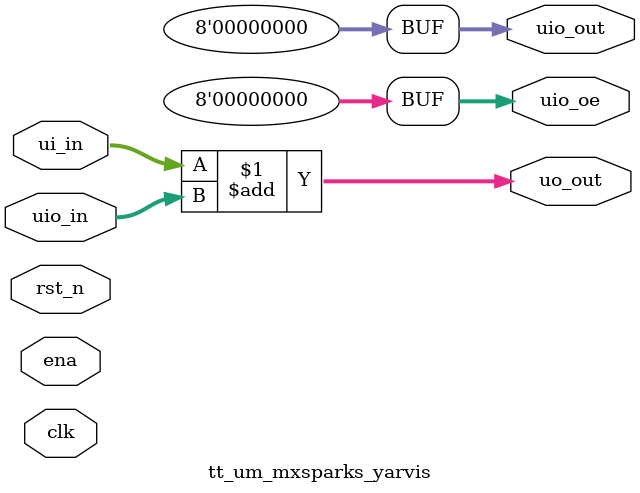
<source format=v>
/*
 * SPDX-FileCopyrightText: (c) 2024 mxsparks
 * SPDX-License-Identifier: Apache-2.0
 */

`default_nettype none

module tt_um_mxsparks_yarvis (
    input  wire [7:0] ui_in,    // Dedicated inputs
    output wire [7:0] uo_out,   // Dedicated outputs
    input  wire [7:0] uio_in,   // IOs: Input path
    output wire [7:0] uio_out,  // IOs: Output path
    output wire [7:0] uio_oe,   // IOs: Enable path (active high: 0=input, 1=output)
    input  wire       ena,      // always 1 when the design is powered, so you can ignore it
    input  wire       clk,      // clock
    input  wire       rst_n     // reset_n - low to reset
);

  // All output pins must be assigned. If not used, assign to 0.
  assign uo_out  = ui_in + uio_in;  // Example: ou_out is the sum of ui_in and uio_in
  assign uio_out = 0;
  assign uio_oe  = 0;

endmodule

</source>
